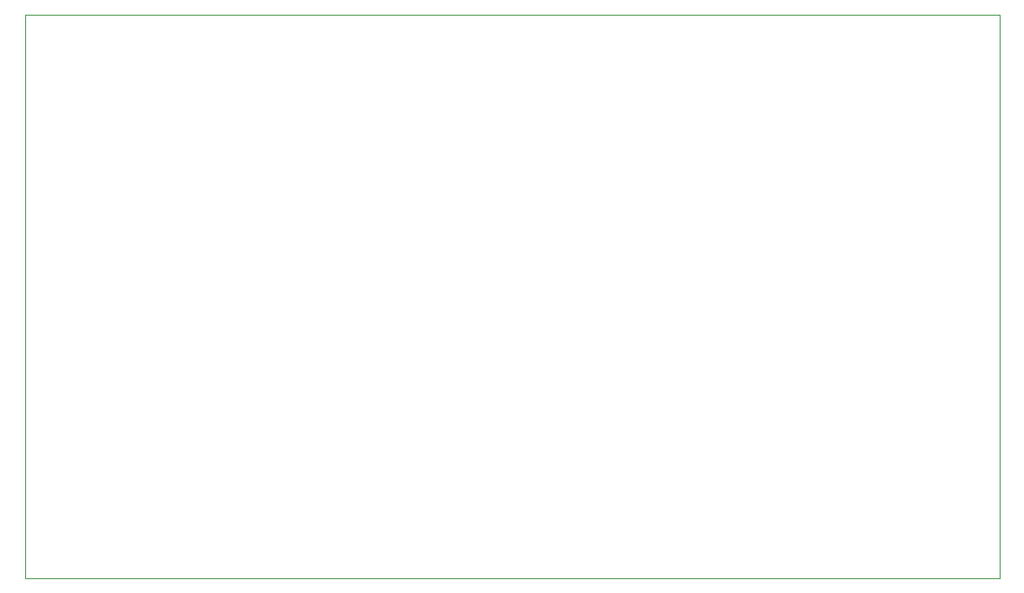
<source format=gbr>
%TF.GenerationSoftware,KiCad,Pcbnew,7.0.8*%
%TF.CreationDate,2024-11-14T21:46:59-08:00*%
%TF.ProjectId,CS8416-PCB5122,43533834-3136-42d5-9043-42353132322e,rev?*%
%TF.SameCoordinates,Original*%
%TF.FileFunction,Profile,NP*%
%FSLAX46Y46*%
G04 Gerber Fmt 4.6, Leading zero omitted, Abs format (unit mm)*
G04 Created by KiCad (PCBNEW 7.0.8) date 2024-11-14 21:46:59*
%MOMM*%
%LPD*%
G01*
G04 APERTURE LIST*
%TA.AperFunction,Profile*%
%ADD10C,0.100000*%
%TD*%
G04 APERTURE END LIST*
D10*
X148013748Y-110755000D02*
X148013748Y-165755000D01*
X53013748Y-110755000D02*
X148013748Y-110755000D01*
X53013748Y-165755000D02*
X53013748Y-110755000D01*
X53013748Y-165755000D02*
X148013748Y-165755000D01*
M02*

</source>
